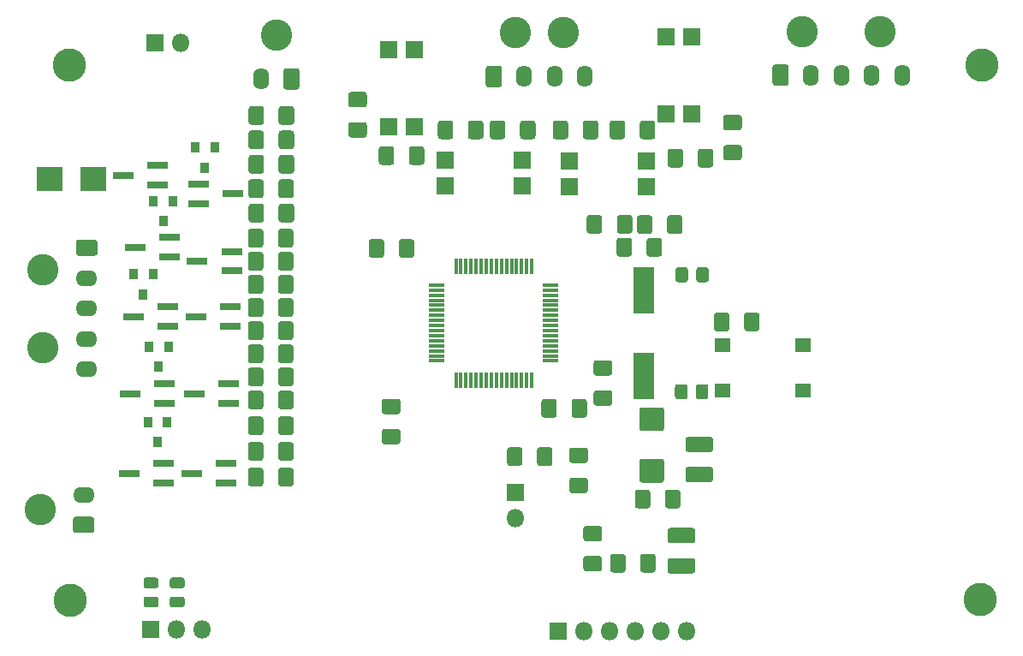
<source format=gts>
%TF.GenerationSoftware,KiCad,Pcbnew,(5.1.6)-1*%
%TF.CreationDate,2021-05-10T23:00:48+02:00*%
%TF.ProjectId,karta_stm,6b617274-615f-4737-946d-2e6b69636164,rev?*%
%TF.SameCoordinates,Original*%
%TF.FileFunction,Soldermask,Top*%
%TF.FilePolarity,Negative*%
%FSLAX46Y46*%
G04 Gerber Fmt 4.6, Leading zero omitted, Abs format (unit mm)*
G04 Created by KiCad (PCBNEW (5.1.6)-1) date 2021-05-10 23:00:48*
%MOMM*%
%LPD*%
G01*
G04 APERTURE LIST*
%ADD10O,1.800000X1.800000*%
%ADD11R,1.800000X1.800000*%
%ADD12O,1.600000X2.120000*%
%ADD13C,3.100000*%
%ADD14O,2.120000X1.600000*%
%ADD15C,3.300000*%
%ADD16R,2.100000X4.600000*%
%ADD17R,0.900000X1.000000*%
%ADD18R,1.700000X1.700000*%
%ADD19R,1.650000X1.400000*%
%ADD20R,2.100000X0.800000*%
%ADD21R,2.600000X2.400000*%
%ADD22R,0.379400X1.573200*%
%ADD23R,1.573200X0.379400*%
G04 APERTURE END LIST*
D10*
%TO.C,J2*%
X154990800Y-113030000D03*
X152450800Y-113030000D03*
X149910800Y-113030000D03*
X147370800Y-113030000D03*
X144830800Y-113030000D03*
D11*
X142290800Y-113030000D03*
%TD*%
D12*
%TO.C,J6*%
X144890000Y-58191400D03*
X141890000Y-58191400D03*
X138890000Y-58191400D03*
G36*
G01*
X135090000Y-58984733D02*
X135090000Y-57398067D01*
G75*
G02*
X135356667Y-57131400I266667J0D01*
G01*
X136423333Y-57131400D01*
G75*
G02*
X136690000Y-57398067I0J-266667D01*
G01*
X136690000Y-58984733D01*
G75*
G02*
X136423333Y-59251400I-266667J0D01*
G01*
X135356667Y-59251400D01*
G75*
G02*
X135090000Y-58984733I0J266667D01*
G01*
G37*
D13*
X142740000Y-53871400D03*
X138040000Y-53871400D03*
%TD*%
D12*
%TO.C,J5*%
X176253400Y-58039000D03*
X173253400Y-58039000D03*
X170253400Y-58039000D03*
X167253400Y-58039000D03*
G36*
G01*
X163453400Y-58832333D02*
X163453400Y-57245667D01*
G75*
G02*
X163720067Y-56979000I266667J0D01*
G01*
X164786733Y-56979000D01*
G75*
G02*
X165053400Y-57245667I0J-266667D01*
G01*
X165053400Y-58832333D01*
G75*
G02*
X164786733Y-59099000I-266667J0D01*
G01*
X163720067Y-59099000D01*
G75*
G02*
X163453400Y-58832333I0J266667D01*
G01*
G37*
D13*
X174103400Y-53719000D03*
X166403400Y-53719000D03*
%TD*%
D14*
%TO.C,J4*%
X95328200Y-99515800D03*
G36*
G01*
X96121533Y-103315800D02*
X94534867Y-103315800D01*
G75*
G02*
X94268200Y-103049133I0J266667D01*
G01*
X94268200Y-101982467D01*
G75*
G02*
X94534867Y-101715800I266667J0D01*
G01*
X96121533Y-101715800D01*
G75*
G02*
X96388200Y-101982467I0J-266667D01*
G01*
X96388200Y-103049133D01*
G75*
G02*
X96121533Y-103315800I-266667J0D01*
G01*
G37*
D13*
X91008200Y-101015800D03*
%TD*%
D14*
%TO.C,J3*%
X95633000Y-87113000D03*
X95633000Y-84113000D03*
X95633000Y-81113000D03*
X95633000Y-78113000D03*
G36*
G01*
X94839667Y-74313000D02*
X96426333Y-74313000D01*
G75*
G02*
X96693000Y-74579667I0J-266667D01*
G01*
X96693000Y-75646333D01*
G75*
G02*
X96426333Y-75913000I-266667J0D01*
G01*
X94839667Y-75913000D01*
G75*
G02*
X94573000Y-75646333I0J266667D01*
G01*
X94573000Y-74579667D01*
G75*
G02*
X94839667Y-74313000I266667J0D01*
G01*
G37*
D13*
X91313000Y-84963000D03*
X91313000Y-77263000D03*
%TD*%
D12*
%TO.C,J1*%
X112874800Y-58420000D03*
G36*
G01*
X116674800Y-57626667D02*
X116674800Y-59213333D01*
G75*
G02*
X116408133Y-59480000I-266667J0D01*
G01*
X115341467Y-59480000D01*
G75*
G02*
X115074800Y-59213333I0J266667D01*
G01*
X115074800Y-57626667D01*
G75*
G02*
X115341467Y-57360000I266667J0D01*
G01*
X116408133Y-57360000D01*
G75*
G02*
X116674800Y-57626667I0J-266667D01*
G01*
G37*
D13*
X114374800Y-54100000D03*
%TD*%
D15*
%TO.C,H4*%
X93980000Y-109982000D03*
%TD*%
%TO.C,R51*%
G36*
G01*
X104090550Y-109594600D02*
X105053050Y-109594600D01*
G75*
G02*
X105321800Y-109863350I0J-268750D01*
G01*
X105321800Y-110400850D01*
G75*
G02*
X105053050Y-110669600I-268750J0D01*
G01*
X104090550Y-110669600D01*
G75*
G02*
X103821800Y-110400850I0J268750D01*
G01*
X103821800Y-109863350D01*
G75*
G02*
X104090550Y-109594600I268750J0D01*
G01*
G37*
G36*
G01*
X104090550Y-107719600D02*
X105053050Y-107719600D01*
G75*
G02*
X105321800Y-107988350I0J-268750D01*
G01*
X105321800Y-108525850D01*
G75*
G02*
X105053050Y-108794600I-268750J0D01*
G01*
X104090550Y-108794600D01*
G75*
G02*
X103821800Y-108525850I0J268750D01*
G01*
X103821800Y-107988350D01*
G75*
G02*
X104090550Y-107719600I268750J0D01*
G01*
G37*
%TD*%
%TO.C,R50*%
G36*
G01*
X101499750Y-109592300D02*
X102462250Y-109592300D01*
G75*
G02*
X102731000Y-109861050I0J-268750D01*
G01*
X102731000Y-110398550D01*
G75*
G02*
X102462250Y-110667300I-268750J0D01*
G01*
X101499750Y-110667300D01*
G75*
G02*
X101231000Y-110398550I0J268750D01*
G01*
X101231000Y-109861050D01*
G75*
G02*
X101499750Y-109592300I268750J0D01*
G01*
G37*
G36*
G01*
X101499750Y-107717300D02*
X102462250Y-107717300D01*
G75*
G02*
X102731000Y-107986050I0J-268750D01*
G01*
X102731000Y-108523550D01*
G75*
G02*
X102462250Y-108792300I-268750J0D01*
G01*
X101499750Y-108792300D01*
G75*
G02*
X101231000Y-108523550I0J268750D01*
G01*
X101231000Y-107986050D01*
G75*
G02*
X101499750Y-107717300I268750J0D01*
G01*
G37*
%TD*%
D10*
%TO.C,J7*%
X107061000Y-112826800D03*
X104521000Y-112826800D03*
D11*
X101981000Y-112826800D03*
%TD*%
D16*
%TO.C,Y1*%
X150749000Y-79311500D03*
X150749000Y-87811500D03*
%TD*%
%TO.C,C2*%
G36*
G01*
X155102500Y-77309238D02*
X155102500Y-78265762D01*
G75*
G02*
X154830762Y-78537500I-271738J0D01*
G01*
X154124238Y-78537500D01*
G75*
G02*
X153852500Y-78265762I0J271738D01*
G01*
X153852500Y-77309238D01*
G75*
G02*
X154124238Y-77037500I271738J0D01*
G01*
X154830762Y-77037500D01*
G75*
G02*
X155102500Y-77309238I0J-271738D01*
G01*
G37*
G36*
G01*
X157152500Y-77309238D02*
X157152500Y-78265762D01*
G75*
G02*
X156880762Y-78537500I-271738J0D01*
G01*
X156174238Y-78537500D01*
G75*
G02*
X155902500Y-78265762I0J271738D01*
G01*
X155902500Y-77309238D01*
G75*
G02*
X156174238Y-77037500I271738J0D01*
G01*
X156880762Y-77037500D01*
G75*
G02*
X157152500Y-77309238I0J-271738D01*
G01*
G37*
%TD*%
%TO.C,R47*%
G36*
G01*
X113094000Y-75796544D02*
X113094000Y-77111456D01*
G75*
G02*
X112826456Y-77379000I-267544J0D01*
G01*
X111836544Y-77379000D01*
G75*
G02*
X111569000Y-77111456I0J267544D01*
G01*
X111569000Y-75796544D01*
G75*
G02*
X111836544Y-75529000I267544J0D01*
G01*
X112826456Y-75529000D01*
G75*
G02*
X113094000Y-75796544I0J-267544D01*
G01*
G37*
G36*
G01*
X116069000Y-75796544D02*
X116069000Y-77111456D01*
G75*
G02*
X115801456Y-77379000I-267544J0D01*
G01*
X114811544Y-77379000D01*
G75*
G02*
X114544000Y-77111456I0J267544D01*
G01*
X114544000Y-75796544D01*
G75*
G02*
X114811544Y-75529000I267544J0D01*
G01*
X115801456Y-75529000D01*
G75*
G02*
X116069000Y-75796544I0J-267544D01*
G01*
G37*
%TD*%
%TO.C,R44*%
G36*
G01*
X113094000Y-82654544D02*
X113094000Y-83969456D01*
G75*
G02*
X112826456Y-84237000I-267544J0D01*
G01*
X111836544Y-84237000D01*
G75*
G02*
X111569000Y-83969456I0J267544D01*
G01*
X111569000Y-82654544D01*
G75*
G02*
X111836544Y-82387000I267544J0D01*
G01*
X112826456Y-82387000D01*
G75*
G02*
X113094000Y-82654544I0J-267544D01*
G01*
G37*
G36*
G01*
X116069000Y-82654544D02*
X116069000Y-83969456D01*
G75*
G02*
X115801456Y-84237000I-267544J0D01*
G01*
X114811544Y-84237000D01*
G75*
G02*
X114544000Y-83969456I0J267544D01*
G01*
X114544000Y-82654544D01*
G75*
G02*
X114811544Y-82387000I267544J0D01*
G01*
X115801456Y-82387000D01*
G75*
G02*
X116069000Y-82654544I0J-267544D01*
G01*
G37*
%TD*%
%TO.C,R41*%
G36*
G01*
X113103500Y-89512544D02*
X113103500Y-90827456D01*
G75*
G02*
X112835956Y-91095000I-267544J0D01*
G01*
X111846044Y-91095000D01*
G75*
G02*
X111578500Y-90827456I0J267544D01*
G01*
X111578500Y-89512544D01*
G75*
G02*
X111846044Y-89245000I267544J0D01*
G01*
X112835956Y-89245000D01*
G75*
G02*
X113103500Y-89512544I0J-267544D01*
G01*
G37*
G36*
G01*
X116078500Y-89512544D02*
X116078500Y-90827456D01*
G75*
G02*
X115810956Y-91095000I-267544J0D01*
G01*
X114821044Y-91095000D01*
G75*
G02*
X114553500Y-90827456I0J267544D01*
G01*
X114553500Y-89512544D01*
G75*
G02*
X114821044Y-89245000I267544J0D01*
G01*
X115810956Y-89245000D01*
G75*
G02*
X116078500Y-89512544I0J-267544D01*
G01*
G37*
%TD*%
%TO.C,R30*%
G36*
G01*
X150331000Y-64111456D02*
X150331000Y-62796544D01*
G75*
G02*
X150598544Y-62529000I267544J0D01*
G01*
X151588456Y-62529000D01*
G75*
G02*
X151856000Y-62796544I0J-267544D01*
G01*
X151856000Y-64111456D01*
G75*
G02*
X151588456Y-64379000I-267544J0D01*
G01*
X150598544Y-64379000D01*
G75*
G02*
X150331000Y-64111456I0J267544D01*
G01*
G37*
G36*
G01*
X147356000Y-64111456D02*
X147356000Y-62796544D01*
G75*
G02*
X147623544Y-62529000I267544J0D01*
G01*
X148613456Y-62529000D01*
G75*
G02*
X148881000Y-62796544I0J-267544D01*
G01*
X148881000Y-64111456D01*
G75*
G02*
X148613456Y-64379000I-267544J0D01*
G01*
X147623544Y-64379000D01*
G75*
G02*
X147356000Y-64111456I0J267544D01*
G01*
G37*
%TD*%
%TO.C,R27*%
G36*
G01*
X126035500Y-65336544D02*
X126035500Y-66651456D01*
G75*
G02*
X125767956Y-66919000I-267544J0D01*
G01*
X124778044Y-66919000D01*
G75*
G02*
X124510500Y-66651456I0J267544D01*
G01*
X124510500Y-65336544D01*
G75*
G02*
X124778044Y-65069000I267544J0D01*
G01*
X125767956Y-65069000D01*
G75*
G02*
X126035500Y-65336544I0J-267544D01*
G01*
G37*
G36*
G01*
X129010500Y-65336544D02*
X129010500Y-66651456D01*
G75*
G02*
X128742956Y-66919000I-267544J0D01*
G01*
X127753044Y-66919000D01*
G75*
G02*
X127485500Y-66651456I0J267544D01*
G01*
X127485500Y-65336544D01*
G75*
G02*
X127753044Y-65069000I267544J0D01*
G01*
X128742956Y-65069000D01*
G75*
G02*
X129010500Y-65336544I0J-267544D01*
G01*
G37*
%TD*%
%TO.C,R32*%
G36*
G01*
X114553500Y-93367456D02*
X114553500Y-92052544D01*
G75*
G02*
X114821044Y-91785000I267544J0D01*
G01*
X115810956Y-91785000D01*
G75*
G02*
X116078500Y-92052544I0J-267544D01*
G01*
X116078500Y-93367456D01*
G75*
G02*
X115810956Y-93635000I-267544J0D01*
G01*
X114821044Y-93635000D01*
G75*
G02*
X114553500Y-93367456I0J267544D01*
G01*
G37*
G36*
G01*
X111578500Y-93367456D02*
X111578500Y-92052544D01*
G75*
G02*
X111846044Y-91785000I267544J0D01*
G01*
X112835956Y-91785000D01*
G75*
G02*
X113103500Y-92052544I0J-267544D01*
G01*
X113103500Y-93367456D01*
G75*
G02*
X112835956Y-93635000I-267544J0D01*
G01*
X111846044Y-93635000D01*
G75*
G02*
X111578500Y-93367456I0J267544D01*
G01*
G37*
%TD*%
%TO.C,R31*%
G36*
G01*
X158832544Y-64960000D02*
X160147456Y-64960000D01*
G75*
G02*
X160415000Y-65227544I0J-267544D01*
G01*
X160415000Y-66217456D01*
G75*
G02*
X160147456Y-66485000I-267544J0D01*
G01*
X158832544Y-66485000D01*
G75*
G02*
X158565000Y-66217456I0J267544D01*
G01*
X158565000Y-65227544D01*
G75*
G02*
X158832544Y-64960000I267544J0D01*
G01*
G37*
G36*
G01*
X158832544Y-61985000D02*
X160147456Y-61985000D01*
G75*
G02*
X160415000Y-62252544I0J-267544D01*
G01*
X160415000Y-63242456D01*
G75*
G02*
X160147456Y-63510000I-267544J0D01*
G01*
X158832544Y-63510000D01*
G75*
G02*
X158565000Y-63242456I0J267544D01*
G01*
X158565000Y-62252544D01*
G75*
G02*
X158832544Y-61985000I267544J0D01*
G01*
G37*
%TD*%
%TO.C,R38*%
G36*
G01*
X113157500Y-66208044D02*
X113157500Y-67522956D01*
G75*
G02*
X112889956Y-67790500I-267544J0D01*
G01*
X111900044Y-67790500D01*
G75*
G02*
X111632500Y-67522956I0J267544D01*
G01*
X111632500Y-66208044D01*
G75*
G02*
X111900044Y-65940500I267544J0D01*
G01*
X112889956Y-65940500D01*
G75*
G02*
X113157500Y-66208044I0J-267544D01*
G01*
G37*
G36*
G01*
X116132500Y-66208044D02*
X116132500Y-67522956D01*
G75*
G02*
X115864956Y-67790500I-267544J0D01*
G01*
X114875044Y-67790500D01*
G75*
G02*
X114607500Y-67522956I0J267544D01*
G01*
X114607500Y-66208044D01*
G75*
G02*
X114875044Y-65940500I267544J0D01*
G01*
X115864956Y-65940500D01*
G75*
G02*
X116132500Y-66208044I0J-267544D01*
G01*
G37*
%TD*%
%TO.C,R25*%
G36*
G01*
X121748544Y-62691500D02*
X123063456Y-62691500D01*
G75*
G02*
X123331000Y-62959044I0J-267544D01*
G01*
X123331000Y-63948956D01*
G75*
G02*
X123063456Y-64216500I-267544J0D01*
G01*
X121748544Y-64216500D01*
G75*
G02*
X121481000Y-63948956I0J267544D01*
G01*
X121481000Y-62959044D01*
G75*
G02*
X121748544Y-62691500I267544J0D01*
G01*
G37*
G36*
G01*
X121748544Y-59716500D02*
X123063456Y-59716500D01*
G75*
G02*
X123331000Y-59984044I0J-267544D01*
G01*
X123331000Y-60973956D01*
G75*
G02*
X123063456Y-61241500I-267544J0D01*
G01*
X121748544Y-61241500D01*
G75*
G02*
X121481000Y-60973956I0J267544D01*
G01*
X121481000Y-59984044D01*
G75*
G02*
X121748544Y-59716500I267544J0D01*
G01*
G37*
%TD*%
%TO.C,R36*%
G36*
G01*
X113103500Y-97132544D02*
X113103500Y-98447456D01*
G75*
G02*
X112835956Y-98715000I-267544J0D01*
G01*
X111846044Y-98715000D01*
G75*
G02*
X111578500Y-98447456I0J267544D01*
G01*
X111578500Y-97132544D01*
G75*
G02*
X111846044Y-96865000I267544J0D01*
G01*
X112835956Y-96865000D01*
G75*
G02*
X113103500Y-97132544I0J-267544D01*
G01*
G37*
G36*
G01*
X116078500Y-97132544D02*
X116078500Y-98447456D01*
G75*
G02*
X115810956Y-98715000I-267544J0D01*
G01*
X114821044Y-98715000D01*
G75*
G02*
X114553500Y-98447456I0J267544D01*
G01*
X114553500Y-97132544D01*
G75*
G02*
X114821044Y-96865000I267544J0D01*
G01*
X115810956Y-96865000D01*
G75*
G02*
X116078500Y-97132544I0J-267544D01*
G01*
G37*
%TD*%
%TO.C,R28*%
G36*
G01*
X144684500Y-64111456D02*
X144684500Y-62796544D01*
G75*
G02*
X144952044Y-62529000I267544J0D01*
G01*
X145941956Y-62529000D01*
G75*
G02*
X146209500Y-62796544I0J-267544D01*
G01*
X146209500Y-64111456D01*
G75*
G02*
X145941956Y-64379000I-267544J0D01*
G01*
X144952044Y-64379000D01*
G75*
G02*
X144684500Y-64111456I0J267544D01*
G01*
G37*
G36*
G01*
X141709500Y-64111456D02*
X141709500Y-62796544D01*
G75*
G02*
X141977044Y-62529000I267544J0D01*
G01*
X142966956Y-62529000D01*
G75*
G02*
X143234500Y-62796544I0J-267544D01*
G01*
X143234500Y-64111456D01*
G75*
G02*
X142966956Y-64379000I-267544J0D01*
G01*
X141977044Y-64379000D01*
G75*
G02*
X141709500Y-64111456I0J267544D01*
G01*
G37*
%TD*%
%TO.C,R29*%
G36*
G01*
X156060500Y-66905456D02*
X156060500Y-65590544D01*
G75*
G02*
X156328044Y-65323000I267544J0D01*
G01*
X157317956Y-65323000D01*
G75*
G02*
X157585500Y-65590544I0J-267544D01*
G01*
X157585500Y-66905456D01*
G75*
G02*
X157317956Y-67173000I-267544J0D01*
G01*
X156328044Y-67173000D01*
G75*
G02*
X156060500Y-66905456I0J267544D01*
G01*
G37*
G36*
G01*
X153085500Y-66905456D02*
X153085500Y-65590544D01*
G75*
G02*
X153353044Y-65323000I267544J0D01*
G01*
X154342956Y-65323000D01*
G75*
G02*
X154610500Y-65590544I0J-267544D01*
G01*
X154610500Y-66905456D01*
G75*
G02*
X154342956Y-67173000I-267544J0D01*
G01*
X153353044Y-67173000D01*
G75*
G02*
X153085500Y-66905456I0J267544D01*
G01*
G37*
%TD*%
%TO.C,R26*%
G36*
G01*
X138483500Y-64111456D02*
X138483500Y-62796544D01*
G75*
G02*
X138751044Y-62529000I267544J0D01*
G01*
X139740956Y-62529000D01*
G75*
G02*
X140008500Y-62796544I0J-267544D01*
G01*
X140008500Y-64111456D01*
G75*
G02*
X139740956Y-64379000I-267544J0D01*
G01*
X138751044Y-64379000D01*
G75*
G02*
X138483500Y-64111456I0J267544D01*
G01*
G37*
G36*
G01*
X135508500Y-64111456D02*
X135508500Y-62796544D01*
G75*
G02*
X135776044Y-62529000I267544J0D01*
G01*
X136765956Y-62529000D01*
G75*
G02*
X137033500Y-62796544I0J-267544D01*
G01*
X137033500Y-64111456D01*
G75*
G02*
X136765956Y-64379000I-267544J0D01*
G01*
X135776044Y-64379000D01*
G75*
G02*
X135508500Y-64111456I0J267544D01*
G01*
G37*
%TD*%
%TO.C,R24*%
G36*
G01*
X131877500Y-62796544D02*
X131877500Y-64111456D01*
G75*
G02*
X131609956Y-64379000I-267544J0D01*
G01*
X130620044Y-64379000D01*
G75*
G02*
X130352500Y-64111456I0J267544D01*
G01*
X130352500Y-62796544D01*
G75*
G02*
X130620044Y-62529000I267544J0D01*
G01*
X131609956Y-62529000D01*
G75*
G02*
X131877500Y-62796544I0J-267544D01*
G01*
G37*
G36*
G01*
X134852500Y-62796544D02*
X134852500Y-64111456D01*
G75*
G02*
X134584956Y-64379000I-267544J0D01*
G01*
X133595044Y-64379000D01*
G75*
G02*
X133327500Y-64111456I0J267544D01*
G01*
X133327500Y-62796544D01*
G75*
G02*
X133595044Y-62529000I267544J0D01*
G01*
X134584956Y-62529000D01*
G75*
G02*
X134852500Y-62796544I0J-267544D01*
G01*
G37*
%TD*%
%TO.C,R43*%
G36*
G01*
X113094000Y-80368544D02*
X113094000Y-81683456D01*
G75*
G02*
X112826456Y-81951000I-267544J0D01*
G01*
X111836544Y-81951000D01*
G75*
G02*
X111569000Y-81683456I0J267544D01*
G01*
X111569000Y-80368544D01*
G75*
G02*
X111836544Y-80101000I267544J0D01*
G01*
X112826456Y-80101000D01*
G75*
G02*
X113094000Y-80368544I0J-267544D01*
G01*
G37*
G36*
G01*
X116069000Y-80368544D02*
X116069000Y-81683456D01*
G75*
G02*
X115801456Y-81951000I-267544J0D01*
G01*
X114811544Y-81951000D01*
G75*
G02*
X114544000Y-81683456I0J267544D01*
G01*
X114544000Y-80368544D01*
G75*
G02*
X114811544Y-80101000I267544J0D01*
G01*
X115801456Y-80101000D01*
G75*
G02*
X116069000Y-80368544I0J-267544D01*
G01*
G37*
%TD*%
%TO.C,R40*%
G36*
G01*
X113103500Y-87226544D02*
X113103500Y-88541456D01*
G75*
G02*
X112835956Y-88809000I-267544J0D01*
G01*
X111846044Y-88809000D01*
G75*
G02*
X111578500Y-88541456I0J267544D01*
G01*
X111578500Y-87226544D01*
G75*
G02*
X111846044Y-86959000I267544J0D01*
G01*
X112835956Y-86959000D01*
G75*
G02*
X113103500Y-87226544I0J-267544D01*
G01*
G37*
G36*
G01*
X116078500Y-87226544D02*
X116078500Y-88541456D01*
G75*
G02*
X115810956Y-88809000I-267544J0D01*
G01*
X114821044Y-88809000D01*
G75*
G02*
X114553500Y-88541456I0J267544D01*
G01*
X114553500Y-87226544D01*
G75*
G02*
X114821044Y-86959000I267544J0D01*
G01*
X115810956Y-86959000D01*
G75*
G02*
X116078500Y-87226544I0J-267544D01*
G01*
G37*
%TD*%
%TO.C,R33*%
G36*
G01*
X113103500Y-94592544D02*
X113103500Y-95907456D01*
G75*
G02*
X112835956Y-96175000I-267544J0D01*
G01*
X111846044Y-96175000D01*
G75*
G02*
X111578500Y-95907456I0J267544D01*
G01*
X111578500Y-94592544D01*
G75*
G02*
X111846044Y-94325000I267544J0D01*
G01*
X112835956Y-94325000D01*
G75*
G02*
X113103500Y-94592544I0J-267544D01*
G01*
G37*
G36*
G01*
X116078500Y-94592544D02*
X116078500Y-95907456D01*
G75*
G02*
X115810956Y-96175000I-267544J0D01*
G01*
X114821044Y-96175000D01*
G75*
G02*
X114553500Y-95907456I0J267544D01*
G01*
X114553500Y-94592544D01*
G75*
G02*
X114821044Y-94325000I267544J0D01*
G01*
X115810956Y-94325000D01*
G75*
G02*
X116078500Y-94592544I0J-267544D01*
G01*
G37*
%TD*%
%TO.C,R37*%
G36*
G01*
X113130500Y-68621044D02*
X113130500Y-69935956D01*
G75*
G02*
X112862956Y-70203500I-267544J0D01*
G01*
X111873044Y-70203500D01*
G75*
G02*
X111605500Y-69935956I0J267544D01*
G01*
X111605500Y-68621044D01*
G75*
G02*
X111873044Y-68353500I267544J0D01*
G01*
X112862956Y-68353500D01*
G75*
G02*
X113130500Y-68621044I0J-267544D01*
G01*
G37*
G36*
G01*
X116105500Y-68621044D02*
X116105500Y-69935956D01*
G75*
G02*
X115837956Y-70203500I-267544J0D01*
G01*
X114848044Y-70203500D01*
G75*
G02*
X114580500Y-69935956I0J267544D01*
G01*
X114580500Y-68621044D01*
G75*
G02*
X114848044Y-68353500I267544J0D01*
G01*
X115837956Y-68353500D01*
G75*
G02*
X116105500Y-68621044I0J-267544D01*
G01*
G37*
%TD*%
%TO.C,R34*%
G36*
G01*
X114607500Y-65109956D02*
X114607500Y-63795044D01*
G75*
G02*
X114875044Y-63527500I267544J0D01*
G01*
X115864956Y-63527500D01*
G75*
G02*
X116132500Y-63795044I0J-267544D01*
G01*
X116132500Y-65109956D01*
G75*
G02*
X115864956Y-65377500I-267544J0D01*
G01*
X114875044Y-65377500D01*
G75*
G02*
X114607500Y-65109956I0J267544D01*
G01*
G37*
G36*
G01*
X111632500Y-65109956D02*
X111632500Y-63795044D01*
G75*
G02*
X111900044Y-63527500I267544J0D01*
G01*
X112889956Y-63527500D01*
G75*
G02*
X113157500Y-63795044I0J-267544D01*
G01*
X113157500Y-65109956D01*
G75*
G02*
X112889956Y-65377500I-267544J0D01*
G01*
X111900044Y-65377500D01*
G75*
G02*
X111632500Y-65109956I0J267544D01*
G01*
G37*
%TD*%
D17*
%TO.C,Q10*%
X101219000Y-79740000D03*
X100269000Y-77740000D03*
X102169000Y-77740000D03*
%TD*%
%TO.C,R42*%
G36*
G01*
X114544000Y-79397456D02*
X114544000Y-78082544D01*
G75*
G02*
X114811544Y-77815000I267544J0D01*
G01*
X115801456Y-77815000D01*
G75*
G02*
X116069000Y-78082544I0J-267544D01*
G01*
X116069000Y-79397456D01*
G75*
G02*
X115801456Y-79665000I-267544J0D01*
G01*
X114811544Y-79665000D01*
G75*
G02*
X114544000Y-79397456I0J267544D01*
G01*
G37*
G36*
G01*
X111569000Y-79397456D02*
X111569000Y-78082544D01*
G75*
G02*
X111836544Y-77815000I267544J0D01*
G01*
X112826456Y-77815000D01*
G75*
G02*
X113094000Y-78082544I0J-267544D01*
G01*
X113094000Y-79397456D01*
G75*
G02*
X112826456Y-79665000I-267544J0D01*
G01*
X111836544Y-79665000D01*
G75*
G02*
X111569000Y-79397456I0J267544D01*
G01*
G37*
%TD*%
%TO.C,R46*%
G36*
G01*
X113094000Y-73510544D02*
X113094000Y-74825456D01*
G75*
G02*
X112826456Y-75093000I-267544J0D01*
G01*
X111836544Y-75093000D01*
G75*
G02*
X111569000Y-74825456I0J267544D01*
G01*
X111569000Y-73510544D01*
G75*
G02*
X111836544Y-73243000I267544J0D01*
G01*
X112826456Y-73243000D01*
G75*
G02*
X113094000Y-73510544I0J-267544D01*
G01*
G37*
G36*
G01*
X116069000Y-73510544D02*
X116069000Y-74825456D01*
G75*
G02*
X115801456Y-75093000I-267544J0D01*
G01*
X114811544Y-75093000D01*
G75*
G02*
X114544000Y-74825456I0J267544D01*
G01*
X114544000Y-73510544D01*
G75*
G02*
X114811544Y-73243000I267544J0D01*
G01*
X115801456Y-73243000D01*
G75*
G02*
X116069000Y-73510544I0J-267544D01*
G01*
G37*
%TD*%
%TO.C,R39*%
G36*
G01*
X113094000Y-84940544D02*
X113094000Y-86255456D01*
G75*
G02*
X112826456Y-86523000I-267544J0D01*
G01*
X111836544Y-86523000D01*
G75*
G02*
X111569000Y-86255456I0J267544D01*
G01*
X111569000Y-84940544D01*
G75*
G02*
X111836544Y-84673000I267544J0D01*
G01*
X112826456Y-84673000D01*
G75*
G02*
X113094000Y-84940544I0J-267544D01*
G01*
G37*
G36*
G01*
X116069000Y-84940544D02*
X116069000Y-86255456D01*
G75*
G02*
X115801456Y-86523000I-267544J0D01*
G01*
X114811544Y-86523000D01*
G75*
G02*
X114544000Y-86255456I0J267544D01*
G01*
X114544000Y-84940544D01*
G75*
G02*
X114811544Y-84673000I267544J0D01*
G01*
X115801456Y-84673000D01*
G75*
G02*
X116069000Y-84940544I0J-267544D01*
G01*
G37*
%TD*%
%TO.C,Q7*%
X102743000Y-86868000D03*
X101793000Y-84868000D03*
X103693000Y-84868000D03*
%TD*%
%TO.C,Q1*%
X102616000Y-94345000D03*
X101666000Y-92345000D03*
X103566000Y-92345000D03*
%TD*%
%TO.C,Q13*%
X103190000Y-72501000D03*
X102240000Y-70501000D03*
X104140000Y-70501000D03*
%TD*%
%TO.C,Q4*%
X107315000Y-67183000D03*
X106365000Y-65183000D03*
X108265000Y-65183000D03*
%TD*%
%TO.C,R45*%
G36*
G01*
X114607500Y-72348956D02*
X114607500Y-71034044D01*
G75*
G02*
X114875044Y-70766500I267544J0D01*
G01*
X115864956Y-70766500D01*
G75*
G02*
X116132500Y-71034044I0J-267544D01*
G01*
X116132500Y-72348956D01*
G75*
G02*
X115864956Y-72616500I-267544J0D01*
G01*
X114875044Y-72616500D01*
G75*
G02*
X114607500Y-72348956I0J267544D01*
G01*
G37*
G36*
G01*
X111632500Y-72348956D02*
X111632500Y-71034044D01*
G75*
G02*
X111900044Y-70766500I267544J0D01*
G01*
X112889956Y-70766500D01*
G75*
G02*
X113157500Y-71034044I0J-267544D01*
G01*
X113157500Y-72348956D01*
G75*
G02*
X112889956Y-72616500I-267544J0D01*
G01*
X111900044Y-72616500D01*
G75*
G02*
X111632500Y-72348956I0J267544D01*
G01*
G37*
%TD*%
%TO.C,C9*%
G36*
G01*
X150547110Y-95980000D02*
X152474890Y-95980000D01*
G75*
G02*
X152736000Y-96241110I0J-261110D01*
G01*
X152736000Y-98068890D01*
G75*
G02*
X152474890Y-98330000I-261110J0D01*
G01*
X150547110Y-98330000D01*
G75*
G02*
X150286000Y-98068890I0J261110D01*
G01*
X150286000Y-96241110D01*
G75*
G02*
X150547110Y-95980000I261110J0D01*
G01*
G37*
G36*
G01*
X150547110Y-90880000D02*
X152474890Y-90880000D01*
G75*
G02*
X152736000Y-91141110I0J-261110D01*
G01*
X152736000Y-92968890D01*
G75*
G02*
X152474890Y-93230000I-261110J0D01*
G01*
X150547110Y-93230000D01*
G75*
G02*
X150286000Y-92968890I0J261110D01*
G01*
X150286000Y-91141110D01*
G75*
G02*
X150547110Y-90880000I261110J0D01*
G01*
G37*
%TD*%
D18*
%TO.C,U11*%
X138684000Y-66421000D03*
X131064000Y-68961000D03*
X138684000Y-68961000D03*
X131064000Y-66421000D03*
%TD*%
D15*
%TO.C,H3*%
X93900000Y-57070000D03*
%TD*%
%TO.C,H2*%
X184150000Y-57023000D03*
%TD*%
%TO.C,H1*%
X184023000Y-109855000D03*
%TD*%
%TO.C,C3*%
G36*
G01*
X160643400Y-83105856D02*
X160643400Y-81790944D01*
G75*
G02*
X160910944Y-81523400I267544J0D01*
G01*
X161900856Y-81523400D01*
G75*
G02*
X162168400Y-81790944I0J-267544D01*
G01*
X162168400Y-83105856D01*
G75*
G02*
X161900856Y-83373400I-267544J0D01*
G01*
X160910944Y-83373400D01*
G75*
G02*
X160643400Y-83105856I0J267544D01*
G01*
G37*
G36*
G01*
X157668400Y-83105856D02*
X157668400Y-81790944D01*
G75*
G02*
X157935944Y-81523400I267544J0D01*
G01*
X158925856Y-81523400D01*
G75*
G02*
X159193400Y-81790944I0J-267544D01*
G01*
X159193400Y-83105856D01*
G75*
G02*
X158925856Y-83373400I-267544J0D01*
G01*
X157935944Y-83373400D01*
G75*
G02*
X157668400Y-83105856I0J267544D01*
G01*
G37*
%TD*%
%TO.C,C5*%
G36*
G01*
X146027544Y-89207500D02*
X147342456Y-89207500D01*
G75*
G02*
X147610000Y-89475044I0J-267544D01*
G01*
X147610000Y-90464956D01*
G75*
G02*
X147342456Y-90732500I-267544J0D01*
G01*
X146027544Y-90732500D01*
G75*
G02*
X145760000Y-90464956I0J267544D01*
G01*
X145760000Y-89475044D01*
G75*
G02*
X146027544Y-89207500I267544J0D01*
G01*
G37*
G36*
G01*
X146027544Y-86232500D02*
X147342456Y-86232500D01*
G75*
G02*
X147610000Y-86500044I0J-267544D01*
G01*
X147610000Y-87489956D01*
G75*
G02*
X147342456Y-87757500I-267544J0D01*
G01*
X146027544Y-87757500D01*
G75*
G02*
X145760000Y-87489956I0J267544D01*
G01*
X145760000Y-86500044D01*
G75*
G02*
X146027544Y-86232500I267544J0D01*
G01*
G37*
%TD*%
%TO.C,R1*%
G36*
G01*
X143614544Y-97843500D02*
X144929456Y-97843500D01*
G75*
G02*
X145197000Y-98111044I0J-267544D01*
G01*
X145197000Y-99100956D01*
G75*
G02*
X144929456Y-99368500I-267544J0D01*
G01*
X143614544Y-99368500D01*
G75*
G02*
X143347000Y-99100956I0J267544D01*
G01*
X143347000Y-98111044D01*
G75*
G02*
X143614544Y-97843500I267544J0D01*
G01*
G37*
G36*
G01*
X143614544Y-94868500D02*
X144929456Y-94868500D01*
G75*
G02*
X145197000Y-95136044I0J-267544D01*
G01*
X145197000Y-96125956D01*
G75*
G02*
X144929456Y-96393500I-267544J0D01*
G01*
X143614544Y-96393500D01*
G75*
G02*
X143347000Y-96125956I0J267544D01*
G01*
X143347000Y-95136044D01*
G75*
G02*
X143614544Y-94868500I267544J0D01*
G01*
G37*
%TD*%
%TO.C,C7*%
G36*
G01*
X148056100Y-73453856D02*
X148056100Y-72138944D01*
G75*
G02*
X148323644Y-71871400I267544J0D01*
G01*
X149313556Y-71871400D01*
G75*
G02*
X149581100Y-72138944I0J-267544D01*
G01*
X149581100Y-73453856D01*
G75*
G02*
X149313556Y-73721400I-267544J0D01*
G01*
X148323644Y-73721400D01*
G75*
G02*
X148056100Y-73453856I0J267544D01*
G01*
G37*
G36*
G01*
X145081100Y-73453856D02*
X145081100Y-72138944D01*
G75*
G02*
X145348644Y-71871400I267544J0D01*
G01*
X146338556Y-71871400D01*
G75*
G02*
X146606100Y-72138944I0J-267544D01*
G01*
X146606100Y-73453856D01*
G75*
G02*
X146338556Y-73721400I-267544J0D01*
G01*
X145348644Y-73721400D01*
G75*
G02*
X145081100Y-73453856I0J267544D01*
G01*
G37*
%TD*%
%TO.C,L1*%
G36*
G01*
X151005700Y-75714456D02*
X151005700Y-74399544D01*
G75*
G02*
X151273244Y-74132000I267544J0D01*
G01*
X152263156Y-74132000D01*
G75*
G02*
X152530700Y-74399544I0J-267544D01*
G01*
X152530700Y-75714456D01*
G75*
G02*
X152263156Y-75982000I-267544J0D01*
G01*
X151273244Y-75982000D01*
G75*
G02*
X151005700Y-75714456I0J267544D01*
G01*
G37*
G36*
G01*
X148030700Y-75714456D02*
X148030700Y-74399544D01*
G75*
G02*
X148298244Y-74132000I267544J0D01*
G01*
X149288156Y-74132000D01*
G75*
G02*
X149555700Y-74399544I0J-267544D01*
G01*
X149555700Y-75714456D01*
G75*
G02*
X149288156Y-75982000I-267544J0D01*
G01*
X148298244Y-75982000D01*
G75*
G02*
X148030700Y-75714456I0J267544D01*
G01*
G37*
%TD*%
%TO.C,C11*%
G36*
G01*
X145011544Y-105590500D02*
X146326456Y-105590500D01*
G75*
G02*
X146594000Y-105858044I0J-267544D01*
G01*
X146594000Y-106847956D01*
G75*
G02*
X146326456Y-107115500I-267544J0D01*
G01*
X145011544Y-107115500D01*
G75*
G02*
X144744000Y-106847956I0J267544D01*
G01*
X144744000Y-105858044D01*
G75*
G02*
X145011544Y-105590500I267544J0D01*
G01*
G37*
G36*
G01*
X145011544Y-102615500D02*
X146326456Y-102615500D01*
G75*
G02*
X146594000Y-102883044I0J-267544D01*
G01*
X146594000Y-103872956D01*
G75*
G02*
X146326456Y-104140500I-267544J0D01*
G01*
X145011544Y-104140500D01*
G75*
G02*
X144744000Y-103872956I0J267544D01*
G01*
X144744000Y-102883044D01*
G75*
G02*
X145011544Y-102615500I267544J0D01*
G01*
G37*
%TD*%
D10*
%TO.C,JP1*%
X138049000Y-101854000D03*
D11*
X138049000Y-99314000D03*
%TD*%
%TO.C,R2*%
G36*
G01*
X138721000Y-95100544D02*
X138721000Y-96415456D01*
G75*
G02*
X138453456Y-96683000I-267544J0D01*
G01*
X137463544Y-96683000D01*
G75*
G02*
X137196000Y-96415456I0J267544D01*
G01*
X137196000Y-95100544D01*
G75*
G02*
X137463544Y-94833000I267544J0D01*
G01*
X138453456Y-94833000D01*
G75*
G02*
X138721000Y-95100544I0J-267544D01*
G01*
G37*
G36*
G01*
X141696000Y-95100544D02*
X141696000Y-96415456D01*
G75*
G02*
X141428456Y-96683000I-267544J0D01*
G01*
X140438544Y-96683000D01*
G75*
G02*
X140171000Y-96415456I0J267544D01*
G01*
X140171000Y-95100544D01*
G75*
G02*
X140438544Y-94833000I267544J0D01*
G01*
X141428456Y-94833000D01*
G75*
G02*
X141696000Y-95100544I0J-267544D01*
G01*
G37*
%TD*%
D19*
%TO.C,SW1*%
X158521500Y-84745000D03*
X158521500Y-89245000D03*
X166471500Y-89245000D03*
X166471500Y-84745000D03*
%TD*%
D20*
%TO.C,Q8*%
X106250000Y-89535000D03*
X109650000Y-88585000D03*
X109650000Y-90485000D03*
%TD*%
%TO.C,Q6*%
X99265000Y-67945000D03*
X102665000Y-66995000D03*
X102665000Y-68895000D03*
%TD*%
%TO.C,Q3*%
X99822000Y-97409000D03*
X103222000Y-96459000D03*
X103222000Y-98359000D03*
%TD*%
%TO.C,Q9*%
X99900000Y-89535000D03*
X103300000Y-88585000D03*
X103300000Y-90485000D03*
%TD*%
%TO.C,Q12*%
X100281000Y-81915000D03*
X103681000Y-80965000D03*
X103681000Y-82865000D03*
%TD*%
%TO.C,Q5*%
X110080000Y-69784000D03*
X106680000Y-70734000D03*
X106680000Y-68834000D03*
%TD*%
%TO.C,Q2*%
X105996000Y-97409000D03*
X109396000Y-96459000D03*
X109396000Y-98359000D03*
%TD*%
%TO.C,Q14*%
X106553000Y-76454000D03*
X109953000Y-75504000D03*
X109953000Y-77404000D03*
%TD*%
%TO.C,Q15*%
X100408000Y-75057000D03*
X103808000Y-74107000D03*
X103808000Y-76007000D03*
%TD*%
%TO.C,Q11*%
X106400000Y-81915000D03*
X109800000Y-80965000D03*
X109800000Y-82865000D03*
%TD*%
%TO.C,C8*%
G36*
G01*
X143573000Y-91652956D02*
X143573000Y-90338044D01*
G75*
G02*
X143840544Y-90070500I267544J0D01*
G01*
X144830456Y-90070500D01*
G75*
G02*
X145098000Y-90338044I0J-267544D01*
G01*
X145098000Y-91652956D01*
G75*
G02*
X144830456Y-91920500I-267544J0D01*
G01*
X143840544Y-91920500D01*
G75*
G02*
X143573000Y-91652956I0J267544D01*
G01*
G37*
G36*
G01*
X140598000Y-91652956D02*
X140598000Y-90338044D01*
G75*
G02*
X140865544Y-90070500I267544J0D01*
G01*
X141855456Y-90070500D01*
G75*
G02*
X142123000Y-90338044I0J-267544D01*
G01*
X142123000Y-91652956D01*
G75*
G02*
X141855456Y-91920500I-267544J0D01*
G01*
X140865544Y-91920500D01*
G75*
G02*
X140598000Y-91652956I0J267544D01*
G01*
G37*
%TD*%
%TO.C,C4*%
G36*
G01*
X151575000Y-72164344D02*
X151575000Y-73479256D01*
G75*
G02*
X151307456Y-73746800I-267544J0D01*
G01*
X150317544Y-73746800D01*
G75*
G02*
X150050000Y-73479256I0J267544D01*
G01*
X150050000Y-72164344D01*
G75*
G02*
X150317544Y-71896800I267544J0D01*
G01*
X151307456Y-71896800D01*
G75*
G02*
X151575000Y-72164344I0J-267544D01*
G01*
G37*
G36*
G01*
X154550000Y-72164344D02*
X154550000Y-73479256D01*
G75*
G02*
X154282456Y-73746800I-267544J0D01*
G01*
X153292544Y-73746800D01*
G75*
G02*
X153025000Y-73479256I0J267544D01*
G01*
X153025000Y-72164344D01*
G75*
G02*
X153292544Y-71896800I267544J0D01*
G01*
X154282456Y-71896800D01*
G75*
G02*
X154550000Y-72164344I0J-267544D01*
G01*
G37*
%TD*%
%TO.C,C1*%
G36*
G01*
X155857000Y-89822762D02*
X155857000Y-88866238D01*
G75*
G02*
X156128738Y-88594500I271738J0D01*
G01*
X156835262Y-88594500D01*
G75*
G02*
X157107000Y-88866238I0J-271738D01*
G01*
X157107000Y-89822762D01*
G75*
G02*
X156835262Y-90094500I-271738J0D01*
G01*
X156128738Y-90094500D01*
G75*
G02*
X155857000Y-89822762I0J271738D01*
G01*
G37*
G36*
G01*
X153807000Y-89822762D02*
X153807000Y-88866238D01*
G75*
G02*
X154078738Y-88594500I271738J0D01*
G01*
X154785262Y-88594500D01*
G75*
G02*
X155057000Y-88866238I0J-271738D01*
G01*
X155057000Y-89822762D01*
G75*
G02*
X154785262Y-90094500I-271738J0D01*
G01*
X154078738Y-90094500D01*
G75*
G02*
X153807000Y-89822762I0J271738D01*
G01*
G37*
%TD*%
%TO.C,C6*%
G36*
G01*
X125072544Y-93017500D02*
X126387456Y-93017500D01*
G75*
G02*
X126655000Y-93285044I0J-267544D01*
G01*
X126655000Y-94274956D01*
G75*
G02*
X126387456Y-94542500I-267544J0D01*
G01*
X125072544Y-94542500D01*
G75*
G02*
X124805000Y-94274956I0J267544D01*
G01*
X124805000Y-93285044D01*
G75*
G02*
X125072544Y-93017500I267544J0D01*
G01*
G37*
G36*
G01*
X125072544Y-90042500D02*
X126387456Y-90042500D01*
G75*
G02*
X126655000Y-90310044I0J-267544D01*
G01*
X126655000Y-91299956D01*
G75*
G02*
X126387456Y-91567500I-267544J0D01*
G01*
X125072544Y-91567500D01*
G75*
G02*
X124805000Y-91299956I0J267544D01*
G01*
X124805000Y-90310044D01*
G75*
G02*
X125072544Y-90042500I267544J0D01*
G01*
G37*
%TD*%
%TO.C,C10*%
G36*
G01*
X125041500Y-74526544D02*
X125041500Y-75841456D01*
G75*
G02*
X124773956Y-76109000I-267544J0D01*
G01*
X123784044Y-76109000D01*
G75*
G02*
X123516500Y-75841456I0J267544D01*
G01*
X123516500Y-74526544D01*
G75*
G02*
X123784044Y-74259000I267544J0D01*
G01*
X124773956Y-74259000D01*
G75*
G02*
X125041500Y-74526544I0J-267544D01*
G01*
G37*
G36*
G01*
X128016500Y-74526544D02*
X128016500Y-75841456D01*
G75*
G02*
X127748956Y-76109000I-267544J0D01*
G01*
X126759044Y-76109000D01*
G75*
G02*
X126491500Y-75841456I0J267544D01*
G01*
X126491500Y-74526544D01*
G75*
G02*
X126759044Y-74259000I267544J0D01*
G01*
X127748956Y-74259000D01*
G75*
G02*
X128016500Y-74526544I0J-267544D01*
G01*
G37*
%TD*%
D18*
%TO.C,U13*%
X152908000Y-54292500D03*
X155448000Y-61912500D03*
X155448000Y-54292500D03*
X152908000Y-61912500D03*
%TD*%
D21*
%TO.C,D10*%
X91950000Y-68295000D03*
X96250000Y-68295000D03*
%TD*%
%TO.C,R35*%
G36*
G01*
X113157500Y-61382044D02*
X113157500Y-62696956D01*
G75*
G02*
X112889956Y-62964500I-267544J0D01*
G01*
X111900044Y-62964500D01*
G75*
G02*
X111632500Y-62696956I0J267544D01*
G01*
X111632500Y-61382044D01*
G75*
G02*
X111900044Y-61114500I267544J0D01*
G01*
X112889956Y-61114500D01*
G75*
G02*
X113157500Y-61382044I0J-267544D01*
G01*
G37*
G36*
G01*
X116132500Y-61382044D02*
X116132500Y-62696956D01*
G75*
G02*
X115864956Y-62964500I-267544J0D01*
G01*
X114875044Y-62964500D01*
G75*
G02*
X114607500Y-62696956I0J267544D01*
G01*
X114607500Y-61382044D01*
G75*
G02*
X114875044Y-61114500I267544J0D01*
G01*
X115864956Y-61114500D01*
G75*
G02*
X116132500Y-61382044I0J-267544D01*
G01*
G37*
%TD*%
D18*
%TO.C,U12*%
X150981000Y-66502000D03*
X143361000Y-69042000D03*
X150981000Y-69042000D03*
X143361000Y-66502000D03*
%TD*%
%TO.C,U10*%
X125454000Y-55499000D03*
X127994000Y-63119000D03*
X127994000Y-55499000D03*
X125454000Y-63119000D03*
%TD*%
D10*
%TO.C,JP2*%
X104952800Y-54889400D03*
D11*
X102412800Y-54889400D03*
%TD*%
%TO.C,D11*%
G36*
G01*
X157317456Y-95323500D02*
X155102544Y-95323500D01*
G75*
G02*
X154835000Y-95055956I0J267544D01*
G01*
X154835000Y-94066044D01*
G75*
G02*
X155102544Y-93798500I267544J0D01*
G01*
X157317456Y-93798500D01*
G75*
G02*
X157585000Y-94066044I0J-267544D01*
G01*
X157585000Y-95055956D01*
G75*
G02*
X157317456Y-95323500I-267544J0D01*
G01*
G37*
G36*
G01*
X157317456Y-98298500D02*
X155102544Y-98298500D01*
G75*
G02*
X154835000Y-98030956I0J267544D01*
G01*
X154835000Y-97041044D01*
G75*
G02*
X155102544Y-96773500I267544J0D01*
G01*
X157317456Y-96773500D01*
G75*
G02*
X157585000Y-97041044I0J-267544D01*
G01*
X157585000Y-98030956D01*
G75*
G02*
X157317456Y-98298500I-267544J0D01*
G01*
G37*
%TD*%
%TO.C,D12*%
G36*
G01*
X155539456Y-104340500D02*
X153324544Y-104340500D01*
G75*
G02*
X153057000Y-104072956I0J267544D01*
G01*
X153057000Y-103083044D01*
G75*
G02*
X153324544Y-102815500I267544J0D01*
G01*
X155539456Y-102815500D01*
G75*
G02*
X155807000Y-103083044I0J-267544D01*
G01*
X155807000Y-104072956D01*
G75*
G02*
X155539456Y-104340500I-267544J0D01*
G01*
G37*
G36*
G01*
X155539456Y-107315500D02*
X153324544Y-107315500D01*
G75*
G02*
X153057000Y-107047956I0J267544D01*
G01*
X153057000Y-106058044D01*
G75*
G02*
X153324544Y-105790500I267544J0D01*
G01*
X155539456Y-105790500D01*
G75*
G02*
X155807000Y-106058044I0J-267544D01*
G01*
X155807000Y-107047956D01*
G75*
G02*
X155539456Y-107315500I-267544J0D01*
G01*
G37*
%TD*%
D22*
%TO.C,U1*%
X139640000Y-88176100D03*
X139140001Y-88176100D03*
X138640000Y-88176100D03*
X138140001Y-88176100D03*
X137639999Y-88176100D03*
X137140000Y-88176100D03*
X136640001Y-88176100D03*
X136140000Y-88176100D03*
X135640000Y-88176100D03*
X135139999Y-88176100D03*
X134640000Y-88176100D03*
X134140001Y-88176100D03*
X133639999Y-88176100D03*
X133140000Y-88176100D03*
X132639999Y-88176100D03*
X132140000Y-88176100D03*
D23*
X130263900Y-86300000D03*
X130263900Y-85800001D03*
X130263900Y-85300000D03*
X130263900Y-84800001D03*
X130263900Y-84299999D03*
X130263900Y-83800000D03*
X130263900Y-83300001D03*
X130263900Y-82800000D03*
X130263900Y-82300000D03*
X130263900Y-81799999D03*
X130263900Y-81300000D03*
X130263900Y-80800001D03*
X130263900Y-80299999D03*
X130263900Y-79800000D03*
X130263900Y-79299999D03*
X130263900Y-78800000D03*
D22*
X132140000Y-76923900D03*
X132639999Y-76923900D03*
X133140000Y-76923900D03*
X133639999Y-76923900D03*
X134140001Y-76923900D03*
X134640000Y-76923900D03*
X135139999Y-76923900D03*
X135640000Y-76923900D03*
X136140000Y-76923900D03*
X136640001Y-76923900D03*
X137140000Y-76923900D03*
X137639999Y-76923900D03*
X138140001Y-76923900D03*
X138640000Y-76923900D03*
X139140001Y-76923900D03*
X139640000Y-76923900D03*
D23*
X141516100Y-78800000D03*
X141516100Y-79299999D03*
X141516100Y-79800000D03*
X141516100Y-80299999D03*
X141516100Y-80800001D03*
X141516100Y-81300000D03*
X141516100Y-81799999D03*
X141516100Y-82300000D03*
X141516100Y-82800000D03*
X141516100Y-83300001D03*
X141516100Y-83800000D03*
X141516100Y-84299999D03*
X141516100Y-84800001D03*
X141516100Y-85300000D03*
X141516100Y-85800001D03*
X141516100Y-86300000D03*
%TD*%
%TO.C,R48*%
G36*
G01*
X151357500Y-99291544D02*
X151357500Y-100606456D01*
G75*
G02*
X151089956Y-100874000I-267544J0D01*
G01*
X150100044Y-100874000D01*
G75*
G02*
X149832500Y-100606456I0J267544D01*
G01*
X149832500Y-99291544D01*
G75*
G02*
X150100044Y-99024000I267544J0D01*
G01*
X151089956Y-99024000D01*
G75*
G02*
X151357500Y-99291544I0J-267544D01*
G01*
G37*
G36*
G01*
X154332500Y-99291544D02*
X154332500Y-100606456D01*
G75*
G02*
X154064956Y-100874000I-267544J0D01*
G01*
X153075044Y-100874000D01*
G75*
G02*
X152807500Y-100606456I0J267544D01*
G01*
X152807500Y-99291544D01*
G75*
G02*
X153075044Y-99024000I267544J0D01*
G01*
X154064956Y-99024000D01*
G75*
G02*
X154332500Y-99291544I0J-267544D01*
G01*
G37*
%TD*%
%TO.C,R49*%
G36*
G01*
X148917500Y-105641544D02*
X148917500Y-106956456D01*
G75*
G02*
X148649956Y-107224000I-267544J0D01*
G01*
X147660044Y-107224000D01*
G75*
G02*
X147392500Y-106956456I0J267544D01*
G01*
X147392500Y-105641544D01*
G75*
G02*
X147660044Y-105374000I267544J0D01*
G01*
X148649956Y-105374000D01*
G75*
G02*
X148917500Y-105641544I0J-267544D01*
G01*
G37*
G36*
G01*
X151892500Y-105641544D02*
X151892500Y-106956456D01*
G75*
G02*
X151624956Y-107224000I-267544J0D01*
G01*
X150635044Y-107224000D01*
G75*
G02*
X150367500Y-106956456I0J267544D01*
G01*
X150367500Y-105641544D01*
G75*
G02*
X150635044Y-105374000I267544J0D01*
G01*
X151624956Y-105374000D01*
G75*
G02*
X151892500Y-105641544I0J-267544D01*
G01*
G37*
%TD*%
M02*

</source>
